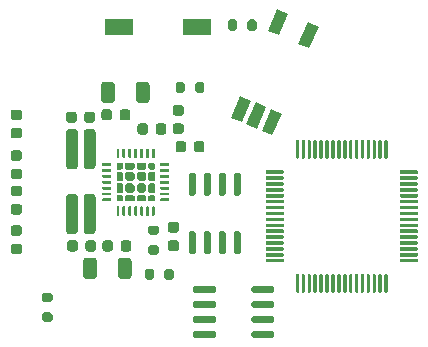
<source format=gbr>
%TF.GenerationSoftware,KiCad,Pcbnew,5.1.10-88a1d61d58~88~ubuntu20.04.1*%
%TF.CreationDate,2021-05-10T19:00:39+02:00*%
%TF.ProjectId,StepperServo,53746570-7065-4725-9365-72766f2e6b69,rev?*%
%TF.SameCoordinates,Original*%
%TF.FileFunction,Paste,Bot*%
%TF.FilePolarity,Positive*%
%FSLAX46Y46*%
G04 Gerber Fmt 4.6, Leading zero omitted, Abs format (unit mm)*
G04 Created by KiCad (PCBNEW 5.1.10-88a1d61d58~88~ubuntu20.04.1) date 2021-05-10 19:00:39*
%MOMM*%
%LPD*%
G01*
G04 APERTURE LIST*
%ADD10C,0.100000*%
%ADD11R,2.400000X1.400000*%
G04 APERTURE END LIST*
%TO.C,R20*%
G36*
G01*
X138025000Y-115125000D02*
X138575000Y-115125000D01*
G75*
G02*
X138775000Y-115325000I0J-200000D01*
G01*
X138775000Y-115725000D01*
G75*
G02*
X138575000Y-115925000I-200000J0D01*
G01*
X138025000Y-115925000D01*
G75*
G02*
X137825000Y-115725000I0J200000D01*
G01*
X137825000Y-115325000D01*
G75*
G02*
X138025000Y-115125000I200000J0D01*
G01*
G37*
G36*
G01*
X138025000Y-113475000D02*
X138575000Y-113475000D01*
G75*
G02*
X138775000Y-113675000I0J-200000D01*
G01*
X138775000Y-114075000D01*
G75*
G02*
X138575000Y-114275000I-200000J0D01*
G01*
X138025000Y-114275000D01*
G75*
G02*
X137825000Y-114075000I0J200000D01*
G01*
X137825000Y-113675000D01*
G75*
G02*
X138025000Y-113475000I200000J0D01*
G01*
G37*
%TD*%
%TO.C,R16*%
G36*
G01*
X155250000Y-91075000D02*
X155250000Y-90525000D01*
G75*
G02*
X155450000Y-90325000I200000J0D01*
G01*
X155850000Y-90325000D01*
G75*
G02*
X156050000Y-90525000I0J-200000D01*
G01*
X156050000Y-91075000D01*
G75*
G02*
X155850000Y-91275000I-200000J0D01*
G01*
X155450000Y-91275000D01*
G75*
G02*
X155250000Y-91075000I0J200000D01*
G01*
G37*
G36*
G01*
X153600000Y-91075000D02*
X153600000Y-90525000D01*
G75*
G02*
X153800000Y-90325000I200000J0D01*
G01*
X154200000Y-90325000D01*
G75*
G02*
X154400000Y-90525000I0J-200000D01*
G01*
X154400000Y-91075000D01*
G75*
G02*
X154200000Y-91275000I-200000J0D01*
G01*
X153800000Y-91275000D01*
G75*
G02*
X153600000Y-91075000I0J200000D01*
G01*
G37*
%TD*%
%TO.C,R11*%
G36*
G01*
X147025000Y-109425000D02*
X147575000Y-109425000D01*
G75*
G02*
X147775000Y-109625000I0J-200000D01*
G01*
X147775000Y-110025000D01*
G75*
G02*
X147575000Y-110225000I-200000J0D01*
G01*
X147025000Y-110225000D01*
G75*
G02*
X146825000Y-110025000I0J200000D01*
G01*
X146825000Y-109625000D01*
G75*
G02*
X147025000Y-109425000I200000J0D01*
G01*
G37*
G36*
G01*
X147025000Y-107775000D02*
X147575000Y-107775000D01*
G75*
G02*
X147775000Y-107975000I0J-200000D01*
G01*
X147775000Y-108375000D01*
G75*
G02*
X147575000Y-108575000I-200000J0D01*
G01*
X147025000Y-108575000D01*
G75*
G02*
X146825000Y-108375000I0J200000D01*
G01*
X146825000Y-107975000D01*
G75*
G02*
X147025000Y-107775000I200000J0D01*
G01*
G37*
%TD*%
%TO.C,R7*%
G36*
G01*
X147375000Y-111625000D02*
X147375000Y-112175000D01*
G75*
G02*
X147175000Y-112375000I-200000J0D01*
G01*
X146775000Y-112375000D01*
G75*
G02*
X146575000Y-112175000I0J200000D01*
G01*
X146575000Y-111625000D01*
G75*
G02*
X146775000Y-111425000I200000J0D01*
G01*
X147175000Y-111425000D01*
G75*
G02*
X147375000Y-111625000I0J-200000D01*
G01*
G37*
G36*
G01*
X149025000Y-111625000D02*
X149025000Y-112175000D01*
G75*
G02*
X148825000Y-112375000I-200000J0D01*
G01*
X148425000Y-112375000D01*
G75*
G02*
X148225000Y-112175000I0J200000D01*
G01*
X148225000Y-111625000D01*
G75*
G02*
X148425000Y-111425000I200000J0D01*
G01*
X148825000Y-111425000D01*
G75*
G02*
X149025000Y-111625000I0J-200000D01*
G01*
G37*
%TD*%
%TO.C,U6*%
G36*
G01*
X154555000Y-105250000D02*
X154255000Y-105250000D01*
G75*
G02*
X154105000Y-105100000I0J150000D01*
G01*
X154105000Y-103450000D01*
G75*
G02*
X154255000Y-103300000I150000J0D01*
G01*
X154555000Y-103300000D01*
G75*
G02*
X154705000Y-103450000I0J-150000D01*
G01*
X154705000Y-105100000D01*
G75*
G02*
X154555000Y-105250000I-150000J0D01*
G01*
G37*
G36*
G01*
X153285000Y-105250000D02*
X152985000Y-105250000D01*
G75*
G02*
X152835000Y-105100000I0J150000D01*
G01*
X152835000Y-103450000D01*
G75*
G02*
X152985000Y-103300000I150000J0D01*
G01*
X153285000Y-103300000D01*
G75*
G02*
X153435000Y-103450000I0J-150000D01*
G01*
X153435000Y-105100000D01*
G75*
G02*
X153285000Y-105250000I-150000J0D01*
G01*
G37*
G36*
G01*
X152015000Y-105250000D02*
X151715000Y-105250000D01*
G75*
G02*
X151565000Y-105100000I0J150000D01*
G01*
X151565000Y-103450000D01*
G75*
G02*
X151715000Y-103300000I150000J0D01*
G01*
X152015000Y-103300000D01*
G75*
G02*
X152165000Y-103450000I0J-150000D01*
G01*
X152165000Y-105100000D01*
G75*
G02*
X152015000Y-105250000I-150000J0D01*
G01*
G37*
G36*
G01*
X150745000Y-105250000D02*
X150445000Y-105250000D01*
G75*
G02*
X150295000Y-105100000I0J150000D01*
G01*
X150295000Y-103450000D01*
G75*
G02*
X150445000Y-103300000I150000J0D01*
G01*
X150745000Y-103300000D01*
G75*
G02*
X150895000Y-103450000I0J-150000D01*
G01*
X150895000Y-105100000D01*
G75*
G02*
X150745000Y-105250000I-150000J0D01*
G01*
G37*
G36*
G01*
X150745000Y-110200000D02*
X150445000Y-110200000D01*
G75*
G02*
X150295000Y-110050000I0J150000D01*
G01*
X150295000Y-108400000D01*
G75*
G02*
X150445000Y-108250000I150000J0D01*
G01*
X150745000Y-108250000D01*
G75*
G02*
X150895000Y-108400000I0J-150000D01*
G01*
X150895000Y-110050000D01*
G75*
G02*
X150745000Y-110200000I-150000J0D01*
G01*
G37*
G36*
G01*
X152015000Y-110200000D02*
X151715000Y-110200000D01*
G75*
G02*
X151565000Y-110050000I0J150000D01*
G01*
X151565000Y-108400000D01*
G75*
G02*
X151715000Y-108250000I150000J0D01*
G01*
X152015000Y-108250000D01*
G75*
G02*
X152165000Y-108400000I0J-150000D01*
G01*
X152165000Y-110050000D01*
G75*
G02*
X152015000Y-110200000I-150000J0D01*
G01*
G37*
G36*
G01*
X153285000Y-110200000D02*
X152985000Y-110200000D01*
G75*
G02*
X152835000Y-110050000I0J150000D01*
G01*
X152835000Y-108400000D01*
G75*
G02*
X152985000Y-108250000I150000J0D01*
G01*
X153285000Y-108250000D01*
G75*
G02*
X153435000Y-108400000I0J-150000D01*
G01*
X153435000Y-110050000D01*
G75*
G02*
X153285000Y-110200000I-150000J0D01*
G01*
G37*
G36*
G01*
X154555000Y-110200000D02*
X154255000Y-110200000D01*
G75*
G02*
X154105000Y-110050000I0J150000D01*
G01*
X154105000Y-108400000D01*
G75*
G02*
X154255000Y-108250000I150000J0D01*
G01*
X154555000Y-108250000D01*
G75*
G02*
X154705000Y-108400000I0J-150000D01*
G01*
X154705000Y-110050000D01*
G75*
G02*
X154555000Y-110200000I-150000J0D01*
G01*
G37*
%TD*%
%TO.C,U5*%
G36*
G01*
X156875000Y-103100000D02*
X158275000Y-103100000D01*
G75*
G02*
X158350000Y-103175000I0J-75000D01*
G01*
X158350000Y-103325000D01*
G75*
G02*
X158275000Y-103400000I-75000J0D01*
G01*
X156875000Y-103400000D01*
G75*
G02*
X156800000Y-103325000I0J75000D01*
G01*
X156800000Y-103175000D01*
G75*
G02*
X156875000Y-103100000I75000J0D01*
G01*
G37*
G36*
G01*
X156875000Y-103600000D02*
X158275000Y-103600000D01*
G75*
G02*
X158350000Y-103675000I0J-75000D01*
G01*
X158350000Y-103825000D01*
G75*
G02*
X158275000Y-103900000I-75000J0D01*
G01*
X156875000Y-103900000D01*
G75*
G02*
X156800000Y-103825000I0J75000D01*
G01*
X156800000Y-103675000D01*
G75*
G02*
X156875000Y-103600000I75000J0D01*
G01*
G37*
G36*
G01*
X156875000Y-104100000D02*
X158275000Y-104100000D01*
G75*
G02*
X158350000Y-104175000I0J-75000D01*
G01*
X158350000Y-104325000D01*
G75*
G02*
X158275000Y-104400000I-75000J0D01*
G01*
X156875000Y-104400000D01*
G75*
G02*
X156800000Y-104325000I0J75000D01*
G01*
X156800000Y-104175000D01*
G75*
G02*
X156875000Y-104100000I75000J0D01*
G01*
G37*
G36*
G01*
X156875000Y-104600000D02*
X158275000Y-104600000D01*
G75*
G02*
X158350000Y-104675000I0J-75000D01*
G01*
X158350000Y-104825000D01*
G75*
G02*
X158275000Y-104900000I-75000J0D01*
G01*
X156875000Y-104900000D01*
G75*
G02*
X156800000Y-104825000I0J75000D01*
G01*
X156800000Y-104675000D01*
G75*
G02*
X156875000Y-104600000I75000J0D01*
G01*
G37*
G36*
G01*
X156875000Y-105100000D02*
X158275000Y-105100000D01*
G75*
G02*
X158350000Y-105175000I0J-75000D01*
G01*
X158350000Y-105325000D01*
G75*
G02*
X158275000Y-105400000I-75000J0D01*
G01*
X156875000Y-105400000D01*
G75*
G02*
X156800000Y-105325000I0J75000D01*
G01*
X156800000Y-105175000D01*
G75*
G02*
X156875000Y-105100000I75000J0D01*
G01*
G37*
G36*
G01*
X156875000Y-105600000D02*
X158275000Y-105600000D01*
G75*
G02*
X158350000Y-105675000I0J-75000D01*
G01*
X158350000Y-105825000D01*
G75*
G02*
X158275000Y-105900000I-75000J0D01*
G01*
X156875000Y-105900000D01*
G75*
G02*
X156800000Y-105825000I0J75000D01*
G01*
X156800000Y-105675000D01*
G75*
G02*
X156875000Y-105600000I75000J0D01*
G01*
G37*
G36*
G01*
X156875000Y-106100000D02*
X158275000Y-106100000D01*
G75*
G02*
X158350000Y-106175000I0J-75000D01*
G01*
X158350000Y-106325000D01*
G75*
G02*
X158275000Y-106400000I-75000J0D01*
G01*
X156875000Y-106400000D01*
G75*
G02*
X156800000Y-106325000I0J75000D01*
G01*
X156800000Y-106175000D01*
G75*
G02*
X156875000Y-106100000I75000J0D01*
G01*
G37*
G36*
G01*
X156875000Y-106600000D02*
X158275000Y-106600000D01*
G75*
G02*
X158350000Y-106675000I0J-75000D01*
G01*
X158350000Y-106825000D01*
G75*
G02*
X158275000Y-106900000I-75000J0D01*
G01*
X156875000Y-106900000D01*
G75*
G02*
X156800000Y-106825000I0J75000D01*
G01*
X156800000Y-106675000D01*
G75*
G02*
X156875000Y-106600000I75000J0D01*
G01*
G37*
G36*
G01*
X156875000Y-107100000D02*
X158275000Y-107100000D01*
G75*
G02*
X158350000Y-107175000I0J-75000D01*
G01*
X158350000Y-107325000D01*
G75*
G02*
X158275000Y-107400000I-75000J0D01*
G01*
X156875000Y-107400000D01*
G75*
G02*
X156800000Y-107325000I0J75000D01*
G01*
X156800000Y-107175000D01*
G75*
G02*
X156875000Y-107100000I75000J0D01*
G01*
G37*
G36*
G01*
X156875000Y-107600000D02*
X158275000Y-107600000D01*
G75*
G02*
X158350000Y-107675000I0J-75000D01*
G01*
X158350000Y-107825000D01*
G75*
G02*
X158275000Y-107900000I-75000J0D01*
G01*
X156875000Y-107900000D01*
G75*
G02*
X156800000Y-107825000I0J75000D01*
G01*
X156800000Y-107675000D01*
G75*
G02*
X156875000Y-107600000I75000J0D01*
G01*
G37*
G36*
G01*
X156875000Y-108100000D02*
X158275000Y-108100000D01*
G75*
G02*
X158350000Y-108175000I0J-75000D01*
G01*
X158350000Y-108325000D01*
G75*
G02*
X158275000Y-108400000I-75000J0D01*
G01*
X156875000Y-108400000D01*
G75*
G02*
X156800000Y-108325000I0J75000D01*
G01*
X156800000Y-108175000D01*
G75*
G02*
X156875000Y-108100000I75000J0D01*
G01*
G37*
G36*
G01*
X156875000Y-108600000D02*
X158275000Y-108600000D01*
G75*
G02*
X158350000Y-108675000I0J-75000D01*
G01*
X158350000Y-108825000D01*
G75*
G02*
X158275000Y-108900000I-75000J0D01*
G01*
X156875000Y-108900000D01*
G75*
G02*
X156800000Y-108825000I0J75000D01*
G01*
X156800000Y-108675000D01*
G75*
G02*
X156875000Y-108600000I75000J0D01*
G01*
G37*
G36*
G01*
X156875000Y-109100000D02*
X158275000Y-109100000D01*
G75*
G02*
X158350000Y-109175000I0J-75000D01*
G01*
X158350000Y-109325000D01*
G75*
G02*
X158275000Y-109400000I-75000J0D01*
G01*
X156875000Y-109400000D01*
G75*
G02*
X156800000Y-109325000I0J75000D01*
G01*
X156800000Y-109175000D01*
G75*
G02*
X156875000Y-109100000I75000J0D01*
G01*
G37*
G36*
G01*
X156875000Y-109600000D02*
X158275000Y-109600000D01*
G75*
G02*
X158350000Y-109675000I0J-75000D01*
G01*
X158350000Y-109825000D01*
G75*
G02*
X158275000Y-109900000I-75000J0D01*
G01*
X156875000Y-109900000D01*
G75*
G02*
X156800000Y-109825000I0J75000D01*
G01*
X156800000Y-109675000D01*
G75*
G02*
X156875000Y-109600000I75000J0D01*
G01*
G37*
G36*
G01*
X156875000Y-110100000D02*
X158275000Y-110100000D01*
G75*
G02*
X158350000Y-110175000I0J-75000D01*
G01*
X158350000Y-110325000D01*
G75*
G02*
X158275000Y-110400000I-75000J0D01*
G01*
X156875000Y-110400000D01*
G75*
G02*
X156800000Y-110325000I0J75000D01*
G01*
X156800000Y-110175000D01*
G75*
G02*
X156875000Y-110100000I75000J0D01*
G01*
G37*
G36*
G01*
X156875000Y-110600000D02*
X158275000Y-110600000D01*
G75*
G02*
X158350000Y-110675000I0J-75000D01*
G01*
X158350000Y-110825000D01*
G75*
G02*
X158275000Y-110900000I-75000J0D01*
G01*
X156875000Y-110900000D01*
G75*
G02*
X156800000Y-110825000I0J75000D01*
G01*
X156800000Y-110675000D01*
G75*
G02*
X156875000Y-110600000I75000J0D01*
G01*
G37*
G36*
G01*
X159425000Y-111900000D02*
X159575000Y-111900000D01*
G75*
G02*
X159650000Y-111975000I0J-75000D01*
G01*
X159650000Y-113375000D01*
G75*
G02*
X159575000Y-113450000I-75000J0D01*
G01*
X159425000Y-113450000D01*
G75*
G02*
X159350000Y-113375000I0J75000D01*
G01*
X159350000Y-111975000D01*
G75*
G02*
X159425000Y-111900000I75000J0D01*
G01*
G37*
G36*
G01*
X159925000Y-111900000D02*
X160075000Y-111900000D01*
G75*
G02*
X160150000Y-111975000I0J-75000D01*
G01*
X160150000Y-113375000D01*
G75*
G02*
X160075000Y-113450000I-75000J0D01*
G01*
X159925000Y-113450000D01*
G75*
G02*
X159850000Y-113375000I0J75000D01*
G01*
X159850000Y-111975000D01*
G75*
G02*
X159925000Y-111900000I75000J0D01*
G01*
G37*
G36*
G01*
X160425000Y-111900000D02*
X160575000Y-111900000D01*
G75*
G02*
X160650000Y-111975000I0J-75000D01*
G01*
X160650000Y-113375000D01*
G75*
G02*
X160575000Y-113450000I-75000J0D01*
G01*
X160425000Y-113450000D01*
G75*
G02*
X160350000Y-113375000I0J75000D01*
G01*
X160350000Y-111975000D01*
G75*
G02*
X160425000Y-111900000I75000J0D01*
G01*
G37*
G36*
G01*
X160925000Y-111900000D02*
X161075000Y-111900000D01*
G75*
G02*
X161150000Y-111975000I0J-75000D01*
G01*
X161150000Y-113375000D01*
G75*
G02*
X161075000Y-113450000I-75000J0D01*
G01*
X160925000Y-113450000D01*
G75*
G02*
X160850000Y-113375000I0J75000D01*
G01*
X160850000Y-111975000D01*
G75*
G02*
X160925000Y-111900000I75000J0D01*
G01*
G37*
G36*
G01*
X161425000Y-111900000D02*
X161575000Y-111900000D01*
G75*
G02*
X161650000Y-111975000I0J-75000D01*
G01*
X161650000Y-113375000D01*
G75*
G02*
X161575000Y-113450000I-75000J0D01*
G01*
X161425000Y-113450000D01*
G75*
G02*
X161350000Y-113375000I0J75000D01*
G01*
X161350000Y-111975000D01*
G75*
G02*
X161425000Y-111900000I75000J0D01*
G01*
G37*
G36*
G01*
X161925000Y-111900000D02*
X162075000Y-111900000D01*
G75*
G02*
X162150000Y-111975000I0J-75000D01*
G01*
X162150000Y-113375000D01*
G75*
G02*
X162075000Y-113450000I-75000J0D01*
G01*
X161925000Y-113450000D01*
G75*
G02*
X161850000Y-113375000I0J75000D01*
G01*
X161850000Y-111975000D01*
G75*
G02*
X161925000Y-111900000I75000J0D01*
G01*
G37*
G36*
G01*
X162425000Y-111900000D02*
X162575000Y-111900000D01*
G75*
G02*
X162650000Y-111975000I0J-75000D01*
G01*
X162650000Y-113375000D01*
G75*
G02*
X162575000Y-113450000I-75000J0D01*
G01*
X162425000Y-113450000D01*
G75*
G02*
X162350000Y-113375000I0J75000D01*
G01*
X162350000Y-111975000D01*
G75*
G02*
X162425000Y-111900000I75000J0D01*
G01*
G37*
G36*
G01*
X162925000Y-111900000D02*
X163075000Y-111900000D01*
G75*
G02*
X163150000Y-111975000I0J-75000D01*
G01*
X163150000Y-113375000D01*
G75*
G02*
X163075000Y-113450000I-75000J0D01*
G01*
X162925000Y-113450000D01*
G75*
G02*
X162850000Y-113375000I0J75000D01*
G01*
X162850000Y-111975000D01*
G75*
G02*
X162925000Y-111900000I75000J0D01*
G01*
G37*
G36*
G01*
X163425000Y-111900000D02*
X163575000Y-111900000D01*
G75*
G02*
X163650000Y-111975000I0J-75000D01*
G01*
X163650000Y-113375000D01*
G75*
G02*
X163575000Y-113450000I-75000J0D01*
G01*
X163425000Y-113450000D01*
G75*
G02*
X163350000Y-113375000I0J75000D01*
G01*
X163350000Y-111975000D01*
G75*
G02*
X163425000Y-111900000I75000J0D01*
G01*
G37*
G36*
G01*
X163925000Y-111900000D02*
X164075000Y-111900000D01*
G75*
G02*
X164150000Y-111975000I0J-75000D01*
G01*
X164150000Y-113375000D01*
G75*
G02*
X164075000Y-113450000I-75000J0D01*
G01*
X163925000Y-113450000D01*
G75*
G02*
X163850000Y-113375000I0J75000D01*
G01*
X163850000Y-111975000D01*
G75*
G02*
X163925000Y-111900000I75000J0D01*
G01*
G37*
G36*
G01*
X164425000Y-111900000D02*
X164575000Y-111900000D01*
G75*
G02*
X164650000Y-111975000I0J-75000D01*
G01*
X164650000Y-113375000D01*
G75*
G02*
X164575000Y-113450000I-75000J0D01*
G01*
X164425000Y-113450000D01*
G75*
G02*
X164350000Y-113375000I0J75000D01*
G01*
X164350000Y-111975000D01*
G75*
G02*
X164425000Y-111900000I75000J0D01*
G01*
G37*
G36*
G01*
X164925000Y-111900000D02*
X165075000Y-111900000D01*
G75*
G02*
X165150000Y-111975000I0J-75000D01*
G01*
X165150000Y-113375000D01*
G75*
G02*
X165075000Y-113450000I-75000J0D01*
G01*
X164925000Y-113450000D01*
G75*
G02*
X164850000Y-113375000I0J75000D01*
G01*
X164850000Y-111975000D01*
G75*
G02*
X164925000Y-111900000I75000J0D01*
G01*
G37*
G36*
G01*
X165425000Y-111900000D02*
X165575000Y-111900000D01*
G75*
G02*
X165650000Y-111975000I0J-75000D01*
G01*
X165650000Y-113375000D01*
G75*
G02*
X165575000Y-113450000I-75000J0D01*
G01*
X165425000Y-113450000D01*
G75*
G02*
X165350000Y-113375000I0J75000D01*
G01*
X165350000Y-111975000D01*
G75*
G02*
X165425000Y-111900000I75000J0D01*
G01*
G37*
G36*
G01*
X165925000Y-111900000D02*
X166075000Y-111900000D01*
G75*
G02*
X166150000Y-111975000I0J-75000D01*
G01*
X166150000Y-113375000D01*
G75*
G02*
X166075000Y-113450000I-75000J0D01*
G01*
X165925000Y-113450000D01*
G75*
G02*
X165850000Y-113375000I0J75000D01*
G01*
X165850000Y-111975000D01*
G75*
G02*
X165925000Y-111900000I75000J0D01*
G01*
G37*
G36*
G01*
X166425000Y-111900000D02*
X166575000Y-111900000D01*
G75*
G02*
X166650000Y-111975000I0J-75000D01*
G01*
X166650000Y-113375000D01*
G75*
G02*
X166575000Y-113450000I-75000J0D01*
G01*
X166425000Y-113450000D01*
G75*
G02*
X166350000Y-113375000I0J75000D01*
G01*
X166350000Y-111975000D01*
G75*
G02*
X166425000Y-111900000I75000J0D01*
G01*
G37*
G36*
G01*
X166925000Y-111900000D02*
X167075000Y-111900000D01*
G75*
G02*
X167150000Y-111975000I0J-75000D01*
G01*
X167150000Y-113375000D01*
G75*
G02*
X167075000Y-113450000I-75000J0D01*
G01*
X166925000Y-113450000D01*
G75*
G02*
X166850000Y-113375000I0J75000D01*
G01*
X166850000Y-111975000D01*
G75*
G02*
X166925000Y-111900000I75000J0D01*
G01*
G37*
G36*
G01*
X168225000Y-110600000D02*
X169625000Y-110600000D01*
G75*
G02*
X169700000Y-110675000I0J-75000D01*
G01*
X169700000Y-110825000D01*
G75*
G02*
X169625000Y-110900000I-75000J0D01*
G01*
X168225000Y-110900000D01*
G75*
G02*
X168150000Y-110825000I0J75000D01*
G01*
X168150000Y-110675000D01*
G75*
G02*
X168225000Y-110600000I75000J0D01*
G01*
G37*
G36*
G01*
X168225000Y-110100000D02*
X169625000Y-110100000D01*
G75*
G02*
X169700000Y-110175000I0J-75000D01*
G01*
X169700000Y-110325000D01*
G75*
G02*
X169625000Y-110400000I-75000J0D01*
G01*
X168225000Y-110400000D01*
G75*
G02*
X168150000Y-110325000I0J75000D01*
G01*
X168150000Y-110175000D01*
G75*
G02*
X168225000Y-110100000I75000J0D01*
G01*
G37*
G36*
G01*
X168225000Y-109600000D02*
X169625000Y-109600000D01*
G75*
G02*
X169700000Y-109675000I0J-75000D01*
G01*
X169700000Y-109825000D01*
G75*
G02*
X169625000Y-109900000I-75000J0D01*
G01*
X168225000Y-109900000D01*
G75*
G02*
X168150000Y-109825000I0J75000D01*
G01*
X168150000Y-109675000D01*
G75*
G02*
X168225000Y-109600000I75000J0D01*
G01*
G37*
G36*
G01*
X168225000Y-109100000D02*
X169625000Y-109100000D01*
G75*
G02*
X169700000Y-109175000I0J-75000D01*
G01*
X169700000Y-109325000D01*
G75*
G02*
X169625000Y-109400000I-75000J0D01*
G01*
X168225000Y-109400000D01*
G75*
G02*
X168150000Y-109325000I0J75000D01*
G01*
X168150000Y-109175000D01*
G75*
G02*
X168225000Y-109100000I75000J0D01*
G01*
G37*
G36*
G01*
X168225000Y-108600000D02*
X169625000Y-108600000D01*
G75*
G02*
X169700000Y-108675000I0J-75000D01*
G01*
X169700000Y-108825000D01*
G75*
G02*
X169625000Y-108900000I-75000J0D01*
G01*
X168225000Y-108900000D01*
G75*
G02*
X168150000Y-108825000I0J75000D01*
G01*
X168150000Y-108675000D01*
G75*
G02*
X168225000Y-108600000I75000J0D01*
G01*
G37*
G36*
G01*
X168225000Y-108100000D02*
X169625000Y-108100000D01*
G75*
G02*
X169700000Y-108175000I0J-75000D01*
G01*
X169700000Y-108325000D01*
G75*
G02*
X169625000Y-108400000I-75000J0D01*
G01*
X168225000Y-108400000D01*
G75*
G02*
X168150000Y-108325000I0J75000D01*
G01*
X168150000Y-108175000D01*
G75*
G02*
X168225000Y-108100000I75000J0D01*
G01*
G37*
G36*
G01*
X168225000Y-107600000D02*
X169625000Y-107600000D01*
G75*
G02*
X169700000Y-107675000I0J-75000D01*
G01*
X169700000Y-107825000D01*
G75*
G02*
X169625000Y-107900000I-75000J0D01*
G01*
X168225000Y-107900000D01*
G75*
G02*
X168150000Y-107825000I0J75000D01*
G01*
X168150000Y-107675000D01*
G75*
G02*
X168225000Y-107600000I75000J0D01*
G01*
G37*
G36*
G01*
X168225000Y-107100000D02*
X169625000Y-107100000D01*
G75*
G02*
X169700000Y-107175000I0J-75000D01*
G01*
X169700000Y-107325000D01*
G75*
G02*
X169625000Y-107400000I-75000J0D01*
G01*
X168225000Y-107400000D01*
G75*
G02*
X168150000Y-107325000I0J75000D01*
G01*
X168150000Y-107175000D01*
G75*
G02*
X168225000Y-107100000I75000J0D01*
G01*
G37*
G36*
G01*
X168225000Y-106600000D02*
X169625000Y-106600000D01*
G75*
G02*
X169700000Y-106675000I0J-75000D01*
G01*
X169700000Y-106825000D01*
G75*
G02*
X169625000Y-106900000I-75000J0D01*
G01*
X168225000Y-106900000D01*
G75*
G02*
X168150000Y-106825000I0J75000D01*
G01*
X168150000Y-106675000D01*
G75*
G02*
X168225000Y-106600000I75000J0D01*
G01*
G37*
G36*
G01*
X168225000Y-106100000D02*
X169625000Y-106100000D01*
G75*
G02*
X169700000Y-106175000I0J-75000D01*
G01*
X169700000Y-106325000D01*
G75*
G02*
X169625000Y-106400000I-75000J0D01*
G01*
X168225000Y-106400000D01*
G75*
G02*
X168150000Y-106325000I0J75000D01*
G01*
X168150000Y-106175000D01*
G75*
G02*
X168225000Y-106100000I75000J0D01*
G01*
G37*
G36*
G01*
X168225000Y-105600000D02*
X169625000Y-105600000D01*
G75*
G02*
X169700000Y-105675000I0J-75000D01*
G01*
X169700000Y-105825000D01*
G75*
G02*
X169625000Y-105900000I-75000J0D01*
G01*
X168225000Y-105900000D01*
G75*
G02*
X168150000Y-105825000I0J75000D01*
G01*
X168150000Y-105675000D01*
G75*
G02*
X168225000Y-105600000I75000J0D01*
G01*
G37*
G36*
G01*
X168225000Y-105100000D02*
X169625000Y-105100000D01*
G75*
G02*
X169700000Y-105175000I0J-75000D01*
G01*
X169700000Y-105325000D01*
G75*
G02*
X169625000Y-105400000I-75000J0D01*
G01*
X168225000Y-105400000D01*
G75*
G02*
X168150000Y-105325000I0J75000D01*
G01*
X168150000Y-105175000D01*
G75*
G02*
X168225000Y-105100000I75000J0D01*
G01*
G37*
G36*
G01*
X168225000Y-104600000D02*
X169625000Y-104600000D01*
G75*
G02*
X169700000Y-104675000I0J-75000D01*
G01*
X169700000Y-104825000D01*
G75*
G02*
X169625000Y-104900000I-75000J0D01*
G01*
X168225000Y-104900000D01*
G75*
G02*
X168150000Y-104825000I0J75000D01*
G01*
X168150000Y-104675000D01*
G75*
G02*
X168225000Y-104600000I75000J0D01*
G01*
G37*
G36*
G01*
X168225000Y-104100000D02*
X169625000Y-104100000D01*
G75*
G02*
X169700000Y-104175000I0J-75000D01*
G01*
X169700000Y-104325000D01*
G75*
G02*
X169625000Y-104400000I-75000J0D01*
G01*
X168225000Y-104400000D01*
G75*
G02*
X168150000Y-104325000I0J75000D01*
G01*
X168150000Y-104175000D01*
G75*
G02*
X168225000Y-104100000I75000J0D01*
G01*
G37*
G36*
G01*
X168225000Y-103600000D02*
X169625000Y-103600000D01*
G75*
G02*
X169700000Y-103675000I0J-75000D01*
G01*
X169700000Y-103825000D01*
G75*
G02*
X169625000Y-103900000I-75000J0D01*
G01*
X168225000Y-103900000D01*
G75*
G02*
X168150000Y-103825000I0J75000D01*
G01*
X168150000Y-103675000D01*
G75*
G02*
X168225000Y-103600000I75000J0D01*
G01*
G37*
G36*
G01*
X168225000Y-103100000D02*
X169625000Y-103100000D01*
G75*
G02*
X169700000Y-103175000I0J-75000D01*
G01*
X169700000Y-103325000D01*
G75*
G02*
X169625000Y-103400000I-75000J0D01*
G01*
X168225000Y-103400000D01*
G75*
G02*
X168150000Y-103325000I0J75000D01*
G01*
X168150000Y-103175000D01*
G75*
G02*
X168225000Y-103100000I75000J0D01*
G01*
G37*
G36*
G01*
X166925000Y-100550000D02*
X167075000Y-100550000D01*
G75*
G02*
X167150000Y-100625000I0J-75000D01*
G01*
X167150000Y-102025000D01*
G75*
G02*
X167075000Y-102100000I-75000J0D01*
G01*
X166925000Y-102100000D01*
G75*
G02*
X166850000Y-102025000I0J75000D01*
G01*
X166850000Y-100625000D01*
G75*
G02*
X166925000Y-100550000I75000J0D01*
G01*
G37*
G36*
G01*
X166425000Y-100550000D02*
X166575000Y-100550000D01*
G75*
G02*
X166650000Y-100625000I0J-75000D01*
G01*
X166650000Y-102025000D01*
G75*
G02*
X166575000Y-102100000I-75000J0D01*
G01*
X166425000Y-102100000D01*
G75*
G02*
X166350000Y-102025000I0J75000D01*
G01*
X166350000Y-100625000D01*
G75*
G02*
X166425000Y-100550000I75000J0D01*
G01*
G37*
G36*
G01*
X165925000Y-100550000D02*
X166075000Y-100550000D01*
G75*
G02*
X166150000Y-100625000I0J-75000D01*
G01*
X166150000Y-102025000D01*
G75*
G02*
X166075000Y-102100000I-75000J0D01*
G01*
X165925000Y-102100000D01*
G75*
G02*
X165850000Y-102025000I0J75000D01*
G01*
X165850000Y-100625000D01*
G75*
G02*
X165925000Y-100550000I75000J0D01*
G01*
G37*
G36*
G01*
X165425000Y-100550000D02*
X165575000Y-100550000D01*
G75*
G02*
X165650000Y-100625000I0J-75000D01*
G01*
X165650000Y-102025000D01*
G75*
G02*
X165575000Y-102100000I-75000J0D01*
G01*
X165425000Y-102100000D01*
G75*
G02*
X165350000Y-102025000I0J75000D01*
G01*
X165350000Y-100625000D01*
G75*
G02*
X165425000Y-100550000I75000J0D01*
G01*
G37*
G36*
G01*
X164925000Y-100550000D02*
X165075000Y-100550000D01*
G75*
G02*
X165150000Y-100625000I0J-75000D01*
G01*
X165150000Y-102025000D01*
G75*
G02*
X165075000Y-102100000I-75000J0D01*
G01*
X164925000Y-102100000D01*
G75*
G02*
X164850000Y-102025000I0J75000D01*
G01*
X164850000Y-100625000D01*
G75*
G02*
X164925000Y-100550000I75000J0D01*
G01*
G37*
G36*
G01*
X164425000Y-100550000D02*
X164575000Y-100550000D01*
G75*
G02*
X164650000Y-100625000I0J-75000D01*
G01*
X164650000Y-102025000D01*
G75*
G02*
X164575000Y-102100000I-75000J0D01*
G01*
X164425000Y-102100000D01*
G75*
G02*
X164350000Y-102025000I0J75000D01*
G01*
X164350000Y-100625000D01*
G75*
G02*
X164425000Y-100550000I75000J0D01*
G01*
G37*
G36*
G01*
X163925000Y-100550000D02*
X164075000Y-100550000D01*
G75*
G02*
X164150000Y-100625000I0J-75000D01*
G01*
X164150000Y-102025000D01*
G75*
G02*
X164075000Y-102100000I-75000J0D01*
G01*
X163925000Y-102100000D01*
G75*
G02*
X163850000Y-102025000I0J75000D01*
G01*
X163850000Y-100625000D01*
G75*
G02*
X163925000Y-100550000I75000J0D01*
G01*
G37*
G36*
G01*
X163425000Y-100550000D02*
X163575000Y-100550000D01*
G75*
G02*
X163650000Y-100625000I0J-75000D01*
G01*
X163650000Y-102025000D01*
G75*
G02*
X163575000Y-102100000I-75000J0D01*
G01*
X163425000Y-102100000D01*
G75*
G02*
X163350000Y-102025000I0J75000D01*
G01*
X163350000Y-100625000D01*
G75*
G02*
X163425000Y-100550000I75000J0D01*
G01*
G37*
G36*
G01*
X162925000Y-100550000D02*
X163075000Y-100550000D01*
G75*
G02*
X163150000Y-100625000I0J-75000D01*
G01*
X163150000Y-102025000D01*
G75*
G02*
X163075000Y-102100000I-75000J0D01*
G01*
X162925000Y-102100000D01*
G75*
G02*
X162850000Y-102025000I0J75000D01*
G01*
X162850000Y-100625000D01*
G75*
G02*
X162925000Y-100550000I75000J0D01*
G01*
G37*
G36*
G01*
X162425000Y-100550000D02*
X162575000Y-100550000D01*
G75*
G02*
X162650000Y-100625000I0J-75000D01*
G01*
X162650000Y-102025000D01*
G75*
G02*
X162575000Y-102100000I-75000J0D01*
G01*
X162425000Y-102100000D01*
G75*
G02*
X162350000Y-102025000I0J75000D01*
G01*
X162350000Y-100625000D01*
G75*
G02*
X162425000Y-100550000I75000J0D01*
G01*
G37*
G36*
G01*
X161925000Y-100550000D02*
X162075000Y-100550000D01*
G75*
G02*
X162150000Y-100625000I0J-75000D01*
G01*
X162150000Y-102025000D01*
G75*
G02*
X162075000Y-102100000I-75000J0D01*
G01*
X161925000Y-102100000D01*
G75*
G02*
X161850000Y-102025000I0J75000D01*
G01*
X161850000Y-100625000D01*
G75*
G02*
X161925000Y-100550000I75000J0D01*
G01*
G37*
G36*
G01*
X161425000Y-100550000D02*
X161575000Y-100550000D01*
G75*
G02*
X161650000Y-100625000I0J-75000D01*
G01*
X161650000Y-102025000D01*
G75*
G02*
X161575000Y-102100000I-75000J0D01*
G01*
X161425000Y-102100000D01*
G75*
G02*
X161350000Y-102025000I0J75000D01*
G01*
X161350000Y-100625000D01*
G75*
G02*
X161425000Y-100550000I75000J0D01*
G01*
G37*
G36*
G01*
X160925000Y-100550000D02*
X161075000Y-100550000D01*
G75*
G02*
X161150000Y-100625000I0J-75000D01*
G01*
X161150000Y-102025000D01*
G75*
G02*
X161075000Y-102100000I-75000J0D01*
G01*
X160925000Y-102100000D01*
G75*
G02*
X160850000Y-102025000I0J75000D01*
G01*
X160850000Y-100625000D01*
G75*
G02*
X160925000Y-100550000I75000J0D01*
G01*
G37*
G36*
G01*
X160425000Y-100550000D02*
X160575000Y-100550000D01*
G75*
G02*
X160650000Y-100625000I0J-75000D01*
G01*
X160650000Y-102025000D01*
G75*
G02*
X160575000Y-102100000I-75000J0D01*
G01*
X160425000Y-102100000D01*
G75*
G02*
X160350000Y-102025000I0J75000D01*
G01*
X160350000Y-100625000D01*
G75*
G02*
X160425000Y-100550000I75000J0D01*
G01*
G37*
G36*
G01*
X159925000Y-100550000D02*
X160075000Y-100550000D01*
G75*
G02*
X160150000Y-100625000I0J-75000D01*
G01*
X160150000Y-102025000D01*
G75*
G02*
X160075000Y-102100000I-75000J0D01*
G01*
X159925000Y-102100000D01*
G75*
G02*
X159850000Y-102025000I0J75000D01*
G01*
X159850000Y-100625000D01*
G75*
G02*
X159925000Y-100550000I75000J0D01*
G01*
G37*
G36*
G01*
X159425000Y-100550000D02*
X159575000Y-100550000D01*
G75*
G02*
X159650000Y-100625000I0J-75000D01*
G01*
X159650000Y-102025000D01*
G75*
G02*
X159575000Y-102100000I-75000J0D01*
G01*
X159425000Y-102100000D01*
G75*
G02*
X159350000Y-102025000I0J75000D01*
G01*
X159350000Y-100625000D01*
G75*
G02*
X159425000Y-100550000I75000J0D01*
G01*
G37*
%TD*%
D10*
%TO.C,U3*%
G36*
X147407535Y-105623064D02*
G01*
X147401417Y-105643232D01*
X147391482Y-105661819D01*
X147378111Y-105678111D01*
X147361819Y-105691482D01*
X147343232Y-105701417D01*
X147323064Y-105707535D01*
X147302089Y-105709601D01*
X146972911Y-105709601D01*
X146951936Y-105707535D01*
X146931768Y-105701417D01*
X146913181Y-105691482D01*
X146896889Y-105678111D01*
X146883518Y-105661819D01*
X146873583Y-105643232D01*
X146867465Y-105623064D01*
X146865399Y-105602089D01*
X146865399Y-105361977D01*
X146867465Y-105341002D01*
X146873583Y-105320834D01*
X146883518Y-105302247D01*
X146896889Y-105285955D01*
X146985955Y-105196889D01*
X147002247Y-105183518D01*
X147020834Y-105173583D01*
X147041002Y-105167465D01*
X147061977Y-105165399D01*
X147302089Y-105165399D01*
X147323064Y-105167465D01*
X147343232Y-105173583D01*
X147361819Y-105183518D01*
X147378111Y-105196889D01*
X147391482Y-105213181D01*
X147401417Y-105231768D01*
X147407535Y-105251936D01*
X147409601Y-105272911D01*
X147409601Y-105602089D01*
X147407535Y-105623064D01*
G37*
G36*
X144732535Y-105623064D02*
G01*
X144726417Y-105643232D01*
X144716482Y-105661819D01*
X144703111Y-105678111D01*
X144686819Y-105691482D01*
X144668232Y-105701417D01*
X144648064Y-105707535D01*
X144627089Y-105709601D01*
X144297911Y-105709601D01*
X144276936Y-105707535D01*
X144256768Y-105701417D01*
X144238181Y-105691482D01*
X144221889Y-105678111D01*
X144208518Y-105661819D01*
X144198583Y-105643232D01*
X144192465Y-105623064D01*
X144190399Y-105602089D01*
X144190399Y-105272911D01*
X144192465Y-105251936D01*
X144198583Y-105231768D01*
X144208518Y-105213181D01*
X144221889Y-105196889D01*
X144238181Y-105183518D01*
X144256768Y-105173583D01*
X144276936Y-105167465D01*
X144297911Y-105165399D01*
X144538023Y-105165399D01*
X144558998Y-105167465D01*
X144579166Y-105173583D01*
X144597753Y-105183518D01*
X144614045Y-105196889D01*
X144703111Y-105285955D01*
X144716482Y-105302247D01*
X144726417Y-105320834D01*
X144732535Y-105341002D01*
X144734601Y-105361977D01*
X144734601Y-105602089D01*
X144732535Y-105623064D01*
G37*
G36*
X147407535Y-102948064D02*
G01*
X147401417Y-102968232D01*
X147391482Y-102986819D01*
X147378111Y-103003111D01*
X147361819Y-103016482D01*
X147343232Y-103026417D01*
X147323064Y-103032535D01*
X147302089Y-103034601D01*
X147061977Y-103034601D01*
X147041002Y-103032535D01*
X147020834Y-103026417D01*
X147002247Y-103016482D01*
X146985955Y-103003111D01*
X146896889Y-102914045D01*
X146883518Y-102897753D01*
X146873583Y-102879166D01*
X146867465Y-102858998D01*
X146865399Y-102838023D01*
X146865399Y-102597911D01*
X146867465Y-102576936D01*
X146873583Y-102556768D01*
X146883518Y-102538181D01*
X146896889Y-102521889D01*
X146913181Y-102508518D01*
X146931768Y-102498583D01*
X146951936Y-102492465D01*
X146972911Y-102490399D01*
X147302089Y-102490399D01*
X147323064Y-102492465D01*
X147343232Y-102498583D01*
X147361819Y-102508518D01*
X147378111Y-102521889D01*
X147391482Y-102538181D01*
X147401417Y-102556768D01*
X147407535Y-102576936D01*
X147409601Y-102597911D01*
X147409601Y-102927089D01*
X147407535Y-102948064D01*
G37*
G36*
X144732535Y-102858998D02*
G01*
X144726417Y-102879166D01*
X144716482Y-102897753D01*
X144703111Y-102914045D01*
X144614045Y-103003111D01*
X144597753Y-103016482D01*
X144579166Y-103026417D01*
X144558998Y-103032535D01*
X144538023Y-103034601D01*
X144297911Y-103034601D01*
X144276936Y-103032535D01*
X144256768Y-103026417D01*
X144238181Y-103016482D01*
X144221889Y-103003111D01*
X144208518Y-102986819D01*
X144198583Y-102968232D01*
X144192465Y-102948064D01*
X144190399Y-102927089D01*
X144190399Y-102597911D01*
X144192465Y-102576936D01*
X144198583Y-102556768D01*
X144208518Y-102538181D01*
X144221889Y-102521889D01*
X144238181Y-102508518D01*
X144256768Y-102498583D01*
X144276936Y-102492465D01*
X144297911Y-102490399D01*
X144627089Y-102490399D01*
X144648064Y-102492465D01*
X144668232Y-102498583D01*
X144686819Y-102508518D01*
X144703111Y-102521889D01*
X144716482Y-102538181D01*
X144726417Y-102556768D01*
X144732535Y-102576936D01*
X144734601Y-102597911D01*
X144734601Y-102838023D01*
X144732535Y-102858998D01*
G37*
G36*
X147407963Y-104934497D02*
G01*
X147403112Y-104950488D01*
X147395234Y-104965226D01*
X147384633Y-104978144D01*
X147371715Y-104988745D01*
X147356977Y-104996623D01*
X147340986Y-105001474D01*
X147324355Y-105003112D01*
X147021266Y-105003112D01*
X147004635Y-105001474D01*
X146988644Y-104996623D01*
X146973906Y-104988745D01*
X146960988Y-104978144D01*
X146890367Y-104907524D01*
X146879766Y-104894607D01*
X146871888Y-104879869D01*
X146867037Y-104863877D01*
X146865399Y-104847246D01*
X146865399Y-104352754D01*
X146867037Y-104336123D01*
X146871888Y-104320132D01*
X146879766Y-104305394D01*
X146890367Y-104292476D01*
X146960988Y-104221856D01*
X146973906Y-104211254D01*
X146988644Y-104203377D01*
X147004636Y-104198526D01*
X147021266Y-104196888D01*
X147324355Y-104196888D01*
X147340986Y-104198526D01*
X147356977Y-104203377D01*
X147371715Y-104211255D01*
X147384633Y-104221856D01*
X147395234Y-104234774D01*
X147403112Y-104249512D01*
X147407963Y-104265503D01*
X147409601Y-104282134D01*
X147409601Y-104917866D01*
X147407963Y-104934497D01*
G37*
G36*
X147407963Y-103934497D02*
G01*
X147403112Y-103950488D01*
X147395234Y-103965226D01*
X147384633Y-103978144D01*
X147371715Y-103988745D01*
X147356977Y-103996623D01*
X147340986Y-104001474D01*
X147324355Y-104003112D01*
X147021266Y-104003112D01*
X147004635Y-104001474D01*
X146988644Y-103996623D01*
X146973906Y-103988745D01*
X146960988Y-103978144D01*
X146890367Y-103907524D01*
X146879766Y-103894607D01*
X146871888Y-103879869D01*
X146867037Y-103863877D01*
X146865399Y-103847246D01*
X146865399Y-103352754D01*
X146867037Y-103336123D01*
X146871888Y-103320132D01*
X146879766Y-103305394D01*
X146890367Y-103292476D01*
X146960988Y-103221856D01*
X146973906Y-103211254D01*
X146988644Y-103203377D01*
X147004636Y-103198526D01*
X147021266Y-103196888D01*
X147324355Y-103196888D01*
X147340986Y-103198526D01*
X147356977Y-103203377D01*
X147371715Y-103211255D01*
X147384633Y-103221856D01*
X147395234Y-103234774D01*
X147403112Y-103249512D01*
X147407963Y-103265503D01*
X147409601Y-103282134D01*
X147409601Y-103917866D01*
X147407963Y-103934497D01*
G37*
G36*
X144732963Y-104863877D02*
G01*
X144728112Y-104879868D01*
X144720234Y-104894606D01*
X144709633Y-104907524D01*
X144639012Y-104978144D01*
X144626094Y-104988746D01*
X144611356Y-104996623D01*
X144595364Y-105001474D01*
X144578734Y-105003112D01*
X144275645Y-105003112D01*
X144259014Y-105001474D01*
X144243023Y-104996623D01*
X144228285Y-104988745D01*
X144215367Y-104978144D01*
X144204766Y-104965226D01*
X144196888Y-104950488D01*
X144192037Y-104934497D01*
X144190399Y-104917866D01*
X144190399Y-104282134D01*
X144192037Y-104265503D01*
X144196888Y-104249512D01*
X144204766Y-104234774D01*
X144215367Y-104221856D01*
X144228285Y-104211255D01*
X144243023Y-104203377D01*
X144259014Y-104198526D01*
X144275645Y-104196888D01*
X144578734Y-104196888D01*
X144595365Y-104198526D01*
X144611356Y-104203377D01*
X144626094Y-104211255D01*
X144639012Y-104221856D01*
X144709633Y-104292476D01*
X144720234Y-104305393D01*
X144728112Y-104320131D01*
X144732963Y-104336123D01*
X144734601Y-104352754D01*
X144734601Y-104847246D01*
X144732963Y-104863877D01*
G37*
G36*
X144732963Y-103863877D02*
G01*
X144728112Y-103879868D01*
X144720234Y-103894606D01*
X144709633Y-103907524D01*
X144639012Y-103978144D01*
X144626094Y-103988746D01*
X144611356Y-103996623D01*
X144595364Y-104001474D01*
X144578734Y-104003112D01*
X144275645Y-104003112D01*
X144259014Y-104001474D01*
X144243023Y-103996623D01*
X144228285Y-103988745D01*
X144215367Y-103978144D01*
X144204766Y-103965226D01*
X144196888Y-103950488D01*
X144192037Y-103934497D01*
X144190399Y-103917866D01*
X144190399Y-103282134D01*
X144192037Y-103265503D01*
X144196888Y-103249512D01*
X144204766Y-103234774D01*
X144215367Y-103221856D01*
X144228285Y-103211255D01*
X144243023Y-103203377D01*
X144259014Y-103198526D01*
X144275645Y-103196888D01*
X144578734Y-103196888D01*
X144595365Y-103198526D01*
X144611356Y-103203377D01*
X144626094Y-103211255D01*
X144639012Y-103221856D01*
X144709633Y-103292476D01*
X144720234Y-103305393D01*
X144728112Y-103320131D01*
X144732963Y-103336123D01*
X144734601Y-103352754D01*
X144734601Y-103847246D01*
X144732963Y-103863877D01*
G37*
G36*
X146701474Y-105640986D02*
G01*
X146696623Y-105656977D01*
X146688745Y-105671715D01*
X146678144Y-105684633D01*
X146665226Y-105695234D01*
X146650488Y-105703112D01*
X146634497Y-105707963D01*
X146617866Y-105709601D01*
X145982134Y-105709601D01*
X145965503Y-105707963D01*
X145949512Y-105703112D01*
X145934774Y-105695234D01*
X145921856Y-105684633D01*
X145911255Y-105671715D01*
X145903377Y-105656977D01*
X145898526Y-105640986D01*
X145896888Y-105624355D01*
X145896888Y-105321266D01*
X145898526Y-105304635D01*
X145903377Y-105288644D01*
X145911255Y-105273906D01*
X145921856Y-105260988D01*
X145992476Y-105190367D01*
X146005393Y-105179766D01*
X146020131Y-105171888D01*
X146036123Y-105167037D01*
X146052754Y-105165399D01*
X146547246Y-105165399D01*
X146563877Y-105167037D01*
X146579868Y-105171888D01*
X146594606Y-105179766D01*
X146607524Y-105190367D01*
X146678144Y-105260988D01*
X146688746Y-105273906D01*
X146696623Y-105288644D01*
X146701474Y-105304636D01*
X146703112Y-105321266D01*
X146703112Y-105624355D01*
X146701474Y-105640986D01*
G37*
G36*
X145701474Y-105640986D02*
G01*
X145696623Y-105656977D01*
X145688745Y-105671715D01*
X145678144Y-105684633D01*
X145665226Y-105695234D01*
X145650488Y-105703112D01*
X145634497Y-105707963D01*
X145617866Y-105709601D01*
X144982134Y-105709601D01*
X144965503Y-105707963D01*
X144949512Y-105703112D01*
X144934774Y-105695234D01*
X144921856Y-105684633D01*
X144911255Y-105671715D01*
X144903377Y-105656977D01*
X144898526Y-105640986D01*
X144896888Y-105624355D01*
X144896888Y-105321266D01*
X144898526Y-105304635D01*
X144903377Y-105288644D01*
X144911255Y-105273906D01*
X144921856Y-105260988D01*
X144992476Y-105190367D01*
X145005393Y-105179766D01*
X145020131Y-105171888D01*
X145036123Y-105167037D01*
X145052754Y-105165399D01*
X145547246Y-105165399D01*
X145563877Y-105167037D01*
X145579868Y-105171888D01*
X145594606Y-105179766D01*
X145607524Y-105190367D01*
X145678144Y-105260988D01*
X145688746Y-105273906D01*
X145696623Y-105288644D01*
X145701474Y-105304636D01*
X145703112Y-105321266D01*
X145703112Y-105624355D01*
X145701474Y-105640986D01*
G37*
G36*
X146701474Y-102895365D02*
G01*
X146696623Y-102911356D01*
X146688745Y-102926094D01*
X146678144Y-102939012D01*
X146607524Y-103009633D01*
X146594607Y-103020234D01*
X146579869Y-103028112D01*
X146563877Y-103032963D01*
X146547246Y-103034601D01*
X146052754Y-103034601D01*
X146036123Y-103032963D01*
X146020132Y-103028112D01*
X146005394Y-103020234D01*
X145992476Y-103009633D01*
X145921856Y-102939012D01*
X145911254Y-102926094D01*
X145903377Y-102911356D01*
X145898526Y-102895364D01*
X145896888Y-102878734D01*
X145896888Y-102575645D01*
X145898526Y-102559014D01*
X145903377Y-102543023D01*
X145911255Y-102528285D01*
X145921856Y-102515367D01*
X145934774Y-102504766D01*
X145949512Y-102496888D01*
X145965503Y-102492037D01*
X145982134Y-102490399D01*
X146617866Y-102490399D01*
X146634497Y-102492037D01*
X146650488Y-102496888D01*
X146665226Y-102504766D01*
X146678144Y-102515367D01*
X146688745Y-102528285D01*
X146696623Y-102543023D01*
X146701474Y-102559014D01*
X146703112Y-102575645D01*
X146703112Y-102878734D01*
X146701474Y-102895365D01*
G37*
G36*
X145701474Y-102895365D02*
G01*
X145696623Y-102911356D01*
X145688745Y-102926094D01*
X145678144Y-102939012D01*
X145607524Y-103009633D01*
X145594607Y-103020234D01*
X145579869Y-103028112D01*
X145563877Y-103032963D01*
X145547246Y-103034601D01*
X145052754Y-103034601D01*
X145036123Y-103032963D01*
X145020132Y-103028112D01*
X145005394Y-103020234D01*
X144992476Y-103009633D01*
X144921856Y-102939012D01*
X144911254Y-102926094D01*
X144903377Y-102911356D01*
X144898526Y-102895364D01*
X144896888Y-102878734D01*
X144896888Y-102575645D01*
X144898526Y-102559014D01*
X144903377Y-102543023D01*
X144911255Y-102528285D01*
X144921856Y-102515367D01*
X144934774Y-102504766D01*
X144949512Y-102496888D01*
X144965503Y-102492037D01*
X144982134Y-102490399D01*
X145617866Y-102490399D01*
X145634497Y-102492037D01*
X145650488Y-102496888D01*
X145665226Y-102504766D01*
X145678144Y-102515367D01*
X145688745Y-102528285D01*
X145696623Y-102543023D01*
X145701474Y-102559014D01*
X145703112Y-102575645D01*
X145703112Y-102878734D01*
X145701474Y-102895365D01*
G37*
G36*
G01*
X146098443Y-104196887D02*
X146501557Y-104196887D01*
G75*
G02*
X146703113Y-104398443I0J-201556D01*
G01*
X146703113Y-104801557D01*
G75*
G02*
X146501557Y-105003113I-201556J0D01*
G01*
X146098443Y-105003113D01*
G75*
G02*
X145896887Y-104801557I0J201556D01*
G01*
X145896887Y-104398443D01*
G75*
G02*
X146098443Y-104196887I201556J0D01*
G01*
G37*
G36*
G01*
X145098443Y-104196887D02*
X145501557Y-104196887D01*
G75*
G02*
X145703113Y-104398443I0J-201556D01*
G01*
X145703113Y-104801557D01*
G75*
G02*
X145501557Y-105003113I-201556J0D01*
G01*
X145098443Y-105003113D01*
G75*
G02*
X144896887Y-104801557I0J201556D01*
G01*
X144896887Y-104398443D01*
G75*
G02*
X145098443Y-104196887I201556J0D01*
G01*
G37*
G36*
G01*
X146098443Y-103196887D02*
X146501557Y-103196887D01*
G75*
G02*
X146703113Y-103398443I0J-201556D01*
G01*
X146703113Y-103801557D01*
G75*
G02*
X146501557Y-104003113I-201556J0D01*
G01*
X146098443Y-104003113D01*
G75*
G02*
X145896887Y-103801557I0J201556D01*
G01*
X145896887Y-103398443D01*
G75*
G02*
X146098443Y-103196887I201556J0D01*
G01*
G37*
G36*
G01*
X145098443Y-103196887D02*
X145501557Y-103196887D01*
G75*
G02*
X145703113Y-103398443I0J-201556D01*
G01*
X145703113Y-103801557D01*
G75*
G02*
X145501557Y-104003113I-201556J0D01*
G01*
X145098443Y-104003113D01*
G75*
G02*
X144896887Y-103801557I0J201556D01*
G01*
X144896887Y-103398443D01*
G75*
G02*
X145098443Y-103196887I201556J0D01*
G01*
G37*
G36*
G01*
X143012500Y-102475000D02*
X143687500Y-102475000D01*
G75*
G02*
X143750000Y-102537500I0J-62500D01*
G01*
X143750000Y-102662500D01*
G75*
G02*
X143687500Y-102725000I-62500J0D01*
G01*
X143012500Y-102725000D01*
G75*
G02*
X142950000Y-102662500I0J62500D01*
G01*
X142950000Y-102537500D01*
G75*
G02*
X143012500Y-102475000I62500J0D01*
G01*
G37*
G36*
G01*
X143012500Y-102975000D02*
X143687500Y-102975000D01*
G75*
G02*
X143750000Y-103037500I0J-62500D01*
G01*
X143750000Y-103162500D01*
G75*
G02*
X143687500Y-103225000I-62500J0D01*
G01*
X143012500Y-103225000D01*
G75*
G02*
X142950000Y-103162500I0J62500D01*
G01*
X142950000Y-103037500D01*
G75*
G02*
X143012500Y-102975000I62500J0D01*
G01*
G37*
G36*
G01*
X143012500Y-103475000D02*
X143687500Y-103475000D01*
G75*
G02*
X143750000Y-103537500I0J-62500D01*
G01*
X143750000Y-103662500D01*
G75*
G02*
X143687500Y-103725000I-62500J0D01*
G01*
X143012500Y-103725000D01*
G75*
G02*
X142950000Y-103662500I0J62500D01*
G01*
X142950000Y-103537500D01*
G75*
G02*
X143012500Y-103475000I62500J0D01*
G01*
G37*
G36*
G01*
X143012500Y-103975000D02*
X143687500Y-103975000D01*
G75*
G02*
X143750000Y-104037500I0J-62500D01*
G01*
X143750000Y-104162500D01*
G75*
G02*
X143687500Y-104225000I-62500J0D01*
G01*
X143012500Y-104225000D01*
G75*
G02*
X142950000Y-104162500I0J62500D01*
G01*
X142950000Y-104037500D01*
G75*
G02*
X143012500Y-103975000I62500J0D01*
G01*
G37*
G36*
G01*
X143012500Y-104475000D02*
X143687500Y-104475000D01*
G75*
G02*
X143750000Y-104537500I0J-62500D01*
G01*
X143750000Y-104662500D01*
G75*
G02*
X143687500Y-104725000I-62500J0D01*
G01*
X143012500Y-104725000D01*
G75*
G02*
X142950000Y-104662500I0J62500D01*
G01*
X142950000Y-104537500D01*
G75*
G02*
X143012500Y-104475000I62500J0D01*
G01*
G37*
G36*
G01*
X143012500Y-104975000D02*
X143687500Y-104975000D01*
G75*
G02*
X143750000Y-105037500I0J-62500D01*
G01*
X143750000Y-105162500D01*
G75*
G02*
X143687500Y-105225000I-62500J0D01*
G01*
X143012500Y-105225000D01*
G75*
G02*
X142950000Y-105162500I0J62500D01*
G01*
X142950000Y-105037500D01*
G75*
G02*
X143012500Y-104975000I62500J0D01*
G01*
G37*
G36*
G01*
X143012500Y-105475000D02*
X143687500Y-105475000D01*
G75*
G02*
X143750000Y-105537500I0J-62500D01*
G01*
X143750000Y-105662500D01*
G75*
G02*
X143687500Y-105725000I-62500J0D01*
G01*
X143012500Y-105725000D01*
G75*
G02*
X142950000Y-105662500I0J62500D01*
G01*
X142950000Y-105537500D01*
G75*
G02*
X143012500Y-105475000I62500J0D01*
G01*
G37*
G36*
G01*
X144237500Y-106150000D02*
X144362500Y-106150000D01*
G75*
G02*
X144425000Y-106212500I0J-62500D01*
G01*
X144425000Y-106887500D01*
G75*
G02*
X144362500Y-106950000I-62500J0D01*
G01*
X144237500Y-106950000D01*
G75*
G02*
X144175000Y-106887500I0J62500D01*
G01*
X144175000Y-106212500D01*
G75*
G02*
X144237500Y-106150000I62500J0D01*
G01*
G37*
G36*
G01*
X144737500Y-106150000D02*
X144862500Y-106150000D01*
G75*
G02*
X144925000Y-106212500I0J-62500D01*
G01*
X144925000Y-106887500D01*
G75*
G02*
X144862500Y-106950000I-62500J0D01*
G01*
X144737500Y-106950000D01*
G75*
G02*
X144675000Y-106887500I0J62500D01*
G01*
X144675000Y-106212500D01*
G75*
G02*
X144737500Y-106150000I62500J0D01*
G01*
G37*
G36*
G01*
X145237500Y-106150000D02*
X145362500Y-106150000D01*
G75*
G02*
X145425000Y-106212500I0J-62500D01*
G01*
X145425000Y-106887500D01*
G75*
G02*
X145362500Y-106950000I-62500J0D01*
G01*
X145237500Y-106950000D01*
G75*
G02*
X145175000Y-106887500I0J62500D01*
G01*
X145175000Y-106212500D01*
G75*
G02*
X145237500Y-106150000I62500J0D01*
G01*
G37*
G36*
G01*
X145737500Y-106150000D02*
X145862500Y-106150000D01*
G75*
G02*
X145925000Y-106212500I0J-62500D01*
G01*
X145925000Y-106887500D01*
G75*
G02*
X145862500Y-106950000I-62500J0D01*
G01*
X145737500Y-106950000D01*
G75*
G02*
X145675000Y-106887500I0J62500D01*
G01*
X145675000Y-106212500D01*
G75*
G02*
X145737500Y-106150000I62500J0D01*
G01*
G37*
G36*
G01*
X146237500Y-106150000D02*
X146362500Y-106150000D01*
G75*
G02*
X146425000Y-106212500I0J-62500D01*
G01*
X146425000Y-106887500D01*
G75*
G02*
X146362500Y-106950000I-62500J0D01*
G01*
X146237500Y-106950000D01*
G75*
G02*
X146175000Y-106887500I0J62500D01*
G01*
X146175000Y-106212500D01*
G75*
G02*
X146237500Y-106150000I62500J0D01*
G01*
G37*
G36*
G01*
X146737500Y-106150000D02*
X146862500Y-106150000D01*
G75*
G02*
X146925000Y-106212500I0J-62500D01*
G01*
X146925000Y-106887500D01*
G75*
G02*
X146862500Y-106950000I-62500J0D01*
G01*
X146737500Y-106950000D01*
G75*
G02*
X146675000Y-106887500I0J62500D01*
G01*
X146675000Y-106212500D01*
G75*
G02*
X146737500Y-106150000I62500J0D01*
G01*
G37*
G36*
G01*
X147237500Y-106150000D02*
X147362500Y-106150000D01*
G75*
G02*
X147425000Y-106212500I0J-62500D01*
G01*
X147425000Y-106887500D01*
G75*
G02*
X147362500Y-106950000I-62500J0D01*
G01*
X147237500Y-106950000D01*
G75*
G02*
X147175000Y-106887500I0J62500D01*
G01*
X147175000Y-106212500D01*
G75*
G02*
X147237500Y-106150000I62500J0D01*
G01*
G37*
G36*
G01*
X147912500Y-105475000D02*
X148587500Y-105475000D01*
G75*
G02*
X148650000Y-105537500I0J-62500D01*
G01*
X148650000Y-105662500D01*
G75*
G02*
X148587500Y-105725000I-62500J0D01*
G01*
X147912500Y-105725000D01*
G75*
G02*
X147850000Y-105662500I0J62500D01*
G01*
X147850000Y-105537500D01*
G75*
G02*
X147912500Y-105475000I62500J0D01*
G01*
G37*
G36*
G01*
X147912500Y-104975000D02*
X148587500Y-104975000D01*
G75*
G02*
X148650000Y-105037500I0J-62500D01*
G01*
X148650000Y-105162500D01*
G75*
G02*
X148587500Y-105225000I-62500J0D01*
G01*
X147912500Y-105225000D01*
G75*
G02*
X147850000Y-105162500I0J62500D01*
G01*
X147850000Y-105037500D01*
G75*
G02*
X147912500Y-104975000I62500J0D01*
G01*
G37*
G36*
G01*
X147912500Y-104475000D02*
X148587500Y-104475000D01*
G75*
G02*
X148650000Y-104537500I0J-62500D01*
G01*
X148650000Y-104662500D01*
G75*
G02*
X148587500Y-104725000I-62500J0D01*
G01*
X147912500Y-104725000D01*
G75*
G02*
X147850000Y-104662500I0J62500D01*
G01*
X147850000Y-104537500D01*
G75*
G02*
X147912500Y-104475000I62500J0D01*
G01*
G37*
G36*
G01*
X147912500Y-103975000D02*
X148587500Y-103975000D01*
G75*
G02*
X148650000Y-104037500I0J-62500D01*
G01*
X148650000Y-104162500D01*
G75*
G02*
X148587500Y-104225000I-62500J0D01*
G01*
X147912500Y-104225000D01*
G75*
G02*
X147850000Y-104162500I0J62500D01*
G01*
X147850000Y-104037500D01*
G75*
G02*
X147912500Y-103975000I62500J0D01*
G01*
G37*
G36*
G01*
X147912500Y-103475000D02*
X148587500Y-103475000D01*
G75*
G02*
X148650000Y-103537500I0J-62500D01*
G01*
X148650000Y-103662500D01*
G75*
G02*
X148587500Y-103725000I-62500J0D01*
G01*
X147912500Y-103725000D01*
G75*
G02*
X147850000Y-103662500I0J62500D01*
G01*
X147850000Y-103537500D01*
G75*
G02*
X147912500Y-103475000I62500J0D01*
G01*
G37*
G36*
G01*
X147912500Y-102975000D02*
X148587500Y-102975000D01*
G75*
G02*
X148650000Y-103037500I0J-62500D01*
G01*
X148650000Y-103162500D01*
G75*
G02*
X148587500Y-103225000I-62500J0D01*
G01*
X147912500Y-103225000D01*
G75*
G02*
X147850000Y-103162500I0J62500D01*
G01*
X147850000Y-103037500D01*
G75*
G02*
X147912500Y-102975000I62500J0D01*
G01*
G37*
G36*
G01*
X147912500Y-102475000D02*
X148587500Y-102475000D01*
G75*
G02*
X148650000Y-102537500I0J-62500D01*
G01*
X148650000Y-102662500D01*
G75*
G02*
X148587500Y-102725000I-62500J0D01*
G01*
X147912500Y-102725000D01*
G75*
G02*
X147850000Y-102662500I0J62500D01*
G01*
X147850000Y-102537500D01*
G75*
G02*
X147912500Y-102475000I62500J0D01*
G01*
G37*
G36*
G01*
X147237500Y-101250000D02*
X147362500Y-101250000D01*
G75*
G02*
X147425000Y-101312500I0J-62500D01*
G01*
X147425000Y-101987500D01*
G75*
G02*
X147362500Y-102050000I-62500J0D01*
G01*
X147237500Y-102050000D01*
G75*
G02*
X147175000Y-101987500I0J62500D01*
G01*
X147175000Y-101312500D01*
G75*
G02*
X147237500Y-101250000I62500J0D01*
G01*
G37*
G36*
G01*
X146737500Y-101250000D02*
X146862500Y-101250000D01*
G75*
G02*
X146925000Y-101312500I0J-62500D01*
G01*
X146925000Y-101987500D01*
G75*
G02*
X146862500Y-102050000I-62500J0D01*
G01*
X146737500Y-102050000D01*
G75*
G02*
X146675000Y-101987500I0J62500D01*
G01*
X146675000Y-101312500D01*
G75*
G02*
X146737500Y-101250000I62500J0D01*
G01*
G37*
G36*
G01*
X146237500Y-101250000D02*
X146362500Y-101250000D01*
G75*
G02*
X146425000Y-101312500I0J-62500D01*
G01*
X146425000Y-101987500D01*
G75*
G02*
X146362500Y-102050000I-62500J0D01*
G01*
X146237500Y-102050000D01*
G75*
G02*
X146175000Y-101987500I0J62500D01*
G01*
X146175000Y-101312500D01*
G75*
G02*
X146237500Y-101250000I62500J0D01*
G01*
G37*
G36*
G01*
X145737500Y-101250000D02*
X145862500Y-101250000D01*
G75*
G02*
X145925000Y-101312500I0J-62500D01*
G01*
X145925000Y-101987500D01*
G75*
G02*
X145862500Y-102050000I-62500J0D01*
G01*
X145737500Y-102050000D01*
G75*
G02*
X145675000Y-101987500I0J62500D01*
G01*
X145675000Y-101312500D01*
G75*
G02*
X145737500Y-101250000I62500J0D01*
G01*
G37*
G36*
G01*
X145237500Y-101250000D02*
X145362500Y-101250000D01*
G75*
G02*
X145425000Y-101312500I0J-62500D01*
G01*
X145425000Y-101987500D01*
G75*
G02*
X145362500Y-102050000I-62500J0D01*
G01*
X145237500Y-102050000D01*
G75*
G02*
X145175000Y-101987500I0J62500D01*
G01*
X145175000Y-101312500D01*
G75*
G02*
X145237500Y-101250000I62500J0D01*
G01*
G37*
G36*
G01*
X144737500Y-101250000D02*
X144862500Y-101250000D01*
G75*
G02*
X144925000Y-101312500I0J-62500D01*
G01*
X144925000Y-101987500D01*
G75*
G02*
X144862500Y-102050000I-62500J0D01*
G01*
X144737500Y-102050000D01*
G75*
G02*
X144675000Y-101987500I0J62500D01*
G01*
X144675000Y-101312500D01*
G75*
G02*
X144737500Y-101250000I62500J0D01*
G01*
G37*
G36*
G01*
X144237500Y-101250000D02*
X144362500Y-101250000D01*
G75*
G02*
X144425000Y-101312500I0J-62500D01*
G01*
X144425000Y-101987500D01*
G75*
G02*
X144362500Y-102050000I-62500J0D01*
G01*
X144237500Y-102050000D01*
G75*
G02*
X144175000Y-101987500I0J62500D01*
G01*
X144175000Y-101312500D01*
G75*
G02*
X144237500Y-101250000I62500J0D01*
G01*
G37*
%TD*%
%TO.C,U2*%
G36*
G01*
X152600000Y-113045000D02*
X152600000Y-113345000D01*
G75*
G02*
X152450000Y-113495000I-150000J0D01*
G01*
X150800000Y-113495000D01*
G75*
G02*
X150650000Y-113345000I0J150000D01*
G01*
X150650000Y-113045000D01*
G75*
G02*
X150800000Y-112895000I150000J0D01*
G01*
X152450000Y-112895000D01*
G75*
G02*
X152600000Y-113045000I0J-150000D01*
G01*
G37*
G36*
G01*
X152600000Y-114315000D02*
X152600000Y-114615000D01*
G75*
G02*
X152450000Y-114765000I-150000J0D01*
G01*
X150800000Y-114765000D01*
G75*
G02*
X150650000Y-114615000I0J150000D01*
G01*
X150650000Y-114315000D01*
G75*
G02*
X150800000Y-114165000I150000J0D01*
G01*
X152450000Y-114165000D01*
G75*
G02*
X152600000Y-114315000I0J-150000D01*
G01*
G37*
G36*
G01*
X152600000Y-115585000D02*
X152600000Y-115885000D01*
G75*
G02*
X152450000Y-116035000I-150000J0D01*
G01*
X150800000Y-116035000D01*
G75*
G02*
X150650000Y-115885000I0J150000D01*
G01*
X150650000Y-115585000D01*
G75*
G02*
X150800000Y-115435000I150000J0D01*
G01*
X152450000Y-115435000D01*
G75*
G02*
X152600000Y-115585000I0J-150000D01*
G01*
G37*
G36*
G01*
X152600000Y-116855000D02*
X152600000Y-117155000D01*
G75*
G02*
X152450000Y-117305000I-150000J0D01*
G01*
X150800000Y-117305000D01*
G75*
G02*
X150650000Y-117155000I0J150000D01*
G01*
X150650000Y-116855000D01*
G75*
G02*
X150800000Y-116705000I150000J0D01*
G01*
X152450000Y-116705000D01*
G75*
G02*
X152600000Y-116855000I0J-150000D01*
G01*
G37*
G36*
G01*
X157550000Y-116855000D02*
X157550000Y-117155000D01*
G75*
G02*
X157400000Y-117305000I-150000J0D01*
G01*
X155750000Y-117305000D01*
G75*
G02*
X155600000Y-117155000I0J150000D01*
G01*
X155600000Y-116855000D01*
G75*
G02*
X155750000Y-116705000I150000J0D01*
G01*
X157400000Y-116705000D01*
G75*
G02*
X157550000Y-116855000I0J-150000D01*
G01*
G37*
G36*
G01*
X157550000Y-115585000D02*
X157550000Y-115885000D01*
G75*
G02*
X157400000Y-116035000I-150000J0D01*
G01*
X155750000Y-116035000D01*
G75*
G02*
X155600000Y-115885000I0J150000D01*
G01*
X155600000Y-115585000D01*
G75*
G02*
X155750000Y-115435000I150000J0D01*
G01*
X157400000Y-115435000D01*
G75*
G02*
X157550000Y-115585000I0J-150000D01*
G01*
G37*
G36*
G01*
X157550000Y-114315000D02*
X157550000Y-114615000D01*
G75*
G02*
X157400000Y-114765000I-150000J0D01*
G01*
X155750000Y-114765000D01*
G75*
G02*
X155600000Y-114615000I0J150000D01*
G01*
X155600000Y-114315000D01*
G75*
G02*
X155750000Y-114165000I150000J0D01*
G01*
X157400000Y-114165000D01*
G75*
G02*
X157550000Y-114315000I0J-150000D01*
G01*
G37*
G36*
G01*
X157550000Y-113045000D02*
X157550000Y-113345000D01*
G75*
G02*
X157400000Y-113495000I-150000J0D01*
G01*
X155750000Y-113495000D01*
G75*
G02*
X155600000Y-113345000I0J150000D01*
G01*
X155600000Y-113045000D01*
G75*
G02*
X155750000Y-112895000I150000J0D01*
G01*
X157400000Y-112895000D01*
G75*
G02*
X157550000Y-113045000I0J-150000D01*
G01*
G37*
%TD*%
D11*
%TO.C,SW4*%
X151000000Y-91000000D03*
X144400000Y-91000000D03*
%TD*%
%TO.C,R10*%
G36*
G01*
X141400000Y-102750000D02*
X141400000Y-99850000D01*
G75*
G02*
X141650000Y-99600000I250000J0D01*
G01*
X142150000Y-99600000D01*
G75*
G02*
X142400000Y-99850000I0J-250000D01*
G01*
X142400000Y-102750000D01*
G75*
G02*
X142150000Y-103000000I-250000J0D01*
G01*
X141650000Y-103000000D01*
G75*
G02*
X141400000Y-102750000I0J250000D01*
G01*
G37*
G36*
G01*
X139900000Y-102750000D02*
X139900000Y-99850000D01*
G75*
G02*
X140150000Y-99600000I250000J0D01*
G01*
X140650000Y-99600000D01*
G75*
G02*
X140900000Y-99850000I0J-250000D01*
G01*
X140900000Y-102750000D01*
G75*
G02*
X140650000Y-103000000I-250000J0D01*
G01*
X140150000Y-103000000D01*
G75*
G02*
X139900000Y-102750000I0J250000D01*
G01*
G37*
%TD*%
%TO.C,R9*%
G36*
G01*
X141400000Y-108250000D02*
X141400000Y-105350000D01*
G75*
G02*
X141650000Y-105100000I250000J0D01*
G01*
X142150000Y-105100000D01*
G75*
G02*
X142400000Y-105350000I0J-250000D01*
G01*
X142400000Y-108250000D01*
G75*
G02*
X142150000Y-108500000I-250000J0D01*
G01*
X141650000Y-108500000D01*
G75*
G02*
X141400000Y-108250000I0J250000D01*
G01*
G37*
G36*
G01*
X139900000Y-108250000D02*
X139900000Y-105350000D01*
G75*
G02*
X140150000Y-105100000I250000J0D01*
G01*
X140650000Y-105100000D01*
G75*
G02*
X140900000Y-105350000I0J-250000D01*
G01*
X140900000Y-108250000D01*
G75*
G02*
X140650000Y-108500000I-250000J0D01*
G01*
X140150000Y-108500000D01*
G75*
G02*
X139900000Y-108250000I0J250000D01*
G01*
G37*
%TD*%
%TO.C,R5*%
G36*
G01*
X149975000Y-95825000D02*
X149975000Y-96375000D01*
G75*
G02*
X149775000Y-96575000I-200000J0D01*
G01*
X149375000Y-96575000D01*
G75*
G02*
X149175000Y-96375000I0J200000D01*
G01*
X149175000Y-95825000D01*
G75*
G02*
X149375000Y-95625000I200000J0D01*
G01*
X149775000Y-95625000D01*
G75*
G02*
X149975000Y-95825000I0J-200000D01*
G01*
G37*
G36*
G01*
X151625000Y-95825000D02*
X151625000Y-96375000D01*
G75*
G02*
X151425000Y-96575000I-200000J0D01*
G01*
X151025000Y-96575000D01*
G75*
G02*
X150825000Y-96375000I0J200000D01*
G01*
X150825000Y-95825000D01*
G75*
G02*
X151025000Y-95625000I200000J0D01*
G01*
X151425000Y-95625000D01*
G75*
G02*
X151625000Y-95825000I0J-200000D01*
G01*
G37*
%TD*%
D10*
%TO.C,OPT1*%
G36*
X154658352Y-96802563D02*
G01*
X155578857Y-97193294D01*
X154797394Y-99034303D01*
X153876889Y-98643572D01*
X154658352Y-96802563D01*
G37*
G36*
X155947058Y-97349586D02*
G01*
X156867563Y-97740317D01*
X156086100Y-99581326D01*
X155165595Y-99190595D01*
X155947058Y-97349586D01*
G37*
G36*
X157235765Y-97896610D02*
G01*
X158156270Y-98287341D01*
X157374807Y-100128350D01*
X156454302Y-99737619D01*
X157235765Y-97896610D01*
G37*
G36*
X160361614Y-90532571D02*
G01*
X161282119Y-90923302D01*
X160500656Y-92764311D01*
X159580151Y-92373580D01*
X160361614Y-90532571D01*
G37*
G36*
X157784201Y-89438524D02*
G01*
X158704706Y-89829255D01*
X157923243Y-91670264D01*
X157002738Y-91279533D01*
X157784201Y-89438524D01*
G37*
%TD*%
%TO.C,C22*%
G36*
G01*
X135450000Y-99500000D02*
X135950000Y-99500000D01*
G75*
G02*
X136175000Y-99725000I0J-225000D01*
G01*
X136175000Y-100175000D01*
G75*
G02*
X135950000Y-100400000I-225000J0D01*
G01*
X135450000Y-100400000D01*
G75*
G02*
X135225000Y-100175000I0J225000D01*
G01*
X135225000Y-99725000D01*
G75*
G02*
X135450000Y-99500000I225000J0D01*
G01*
G37*
G36*
G01*
X135450000Y-97950000D02*
X135950000Y-97950000D01*
G75*
G02*
X136175000Y-98175000I0J-225000D01*
G01*
X136175000Y-98625000D01*
G75*
G02*
X135950000Y-98850000I-225000J0D01*
G01*
X135450000Y-98850000D01*
G75*
G02*
X135225000Y-98625000I0J225000D01*
G01*
X135225000Y-98175000D01*
G75*
G02*
X135450000Y-97950000I225000J0D01*
G01*
G37*
%TD*%
%TO.C,C21*%
G36*
G01*
X140800000Y-98350000D02*
X140800000Y-98850000D01*
G75*
G02*
X140575000Y-99075000I-225000J0D01*
G01*
X140125000Y-99075000D01*
G75*
G02*
X139900000Y-98850000I0J225000D01*
G01*
X139900000Y-98350000D01*
G75*
G02*
X140125000Y-98125000I225000J0D01*
G01*
X140575000Y-98125000D01*
G75*
G02*
X140800000Y-98350000I0J-225000D01*
G01*
G37*
G36*
G01*
X142350000Y-98350000D02*
X142350000Y-98850000D01*
G75*
G02*
X142125000Y-99075000I-225000J0D01*
G01*
X141675000Y-99075000D01*
G75*
G02*
X141450000Y-98850000I0J225000D01*
G01*
X141450000Y-98350000D01*
G75*
G02*
X141675000Y-98125000I225000J0D01*
G01*
X142125000Y-98125000D01*
G75*
G02*
X142350000Y-98350000I0J-225000D01*
G01*
G37*
%TD*%
%TO.C,C20*%
G36*
G01*
X135950000Y-102300000D02*
X135450000Y-102300000D01*
G75*
G02*
X135225000Y-102075000I0J225000D01*
G01*
X135225000Y-101625000D01*
G75*
G02*
X135450000Y-101400000I225000J0D01*
G01*
X135950000Y-101400000D01*
G75*
G02*
X136175000Y-101625000I0J-225000D01*
G01*
X136175000Y-102075000D01*
G75*
G02*
X135950000Y-102300000I-225000J0D01*
G01*
G37*
G36*
G01*
X135950000Y-103850000D02*
X135450000Y-103850000D01*
G75*
G02*
X135225000Y-103625000I0J225000D01*
G01*
X135225000Y-103175000D01*
G75*
G02*
X135450000Y-102950000I225000J0D01*
G01*
X135950000Y-102950000D01*
G75*
G02*
X136175000Y-103175000I0J-225000D01*
G01*
X136175000Y-103625000D01*
G75*
G02*
X135950000Y-103850000I-225000J0D01*
G01*
G37*
%TD*%
%TO.C,C19*%
G36*
G01*
X135450000Y-105950000D02*
X135950000Y-105950000D01*
G75*
G02*
X136175000Y-106175000I0J-225000D01*
G01*
X136175000Y-106625000D01*
G75*
G02*
X135950000Y-106850000I-225000J0D01*
G01*
X135450000Y-106850000D01*
G75*
G02*
X135225000Y-106625000I0J225000D01*
G01*
X135225000Y-106175000D01*
G75*
G02*
X135450000Y-105950000I225000J0D01*
G01*
G37*
G36*
G01*
X135450000Y-104400000D02*
X135950000Y-104400000D01*
G75*
G02*
X136175000Y-104625000I0J-225000D01*
G01*
X136175000Y-105075000D01*
G75*
G02*
X135950000Y-105300000I-225000J0D01*
G01*
X135450000Y-105300000D01*
G75*
G02*
X135225000Y-105075000I0J225000D01*
G01*
X135225000Y-104625000D01*
G75*
G02*
X135450000Y-104400000I225000J0D01*
G01*
G37*
%TD*%
%TO.C,C18*%
G36*
G01*
X140900000Y-109250000D02*
X140900000Y-109750000D01*
G75*
G02*
X140675000Y-109975000I-225000J0D01*
G01*
X140225000Y-109975000D01*
G75*
G02*
X140000000Y-109750000I0J225000D01*
G01*
X140000000Y-109250000D01*
G75*
G02*
X140225000Y-109025000I225000J0D01*
G01*
X140675000Y-109025000D01*
G75*
G02*
X140900000Y-109250000I0J-225000D01*
G01*
G37*
G36*
G01*
X142450000Y-109250000D02*
X142450000Y-109750000D01*
G75*
G02*
X142225000Y-109975000I-225000J0D01*
G01*
X141775000Y-109975000D01*
G75*
G02*
X141550000Y-109750000I0J225000D01*
G01*
X141550000Y-109250000D01*
G75*
G02*
X141775000Y-109025000I225000J0D01*
G01*
X142225000Y-109025000D01*
G75*
G02*
X142450000Y-109250000I0J-225000D01*
G01*
G37*
%TD*%
%TO.C,C17*%
G36*
G01*
X135950000Y-108650000D02*
X135450000Y-108650000D01*
G75*
G02*
X135225000Y-108425000I0J225000D01*
G01*
X135225000Y-107975000D01*
G75*
G02*
X135450000Y-107750000I225000J0D01*
G01*
X135950000Y-107750000D01*
G75*
G02*
X136175000Y-107975000I0J-225000D01*
G01*
X136175000Y-108425000D01*
G75*
G02*
X135950000Y-108650000I-225000J0D01*
G01*
G37*
G36*
G01*
X135950000Y-110200000D02*
X135450000Y-110200000D01*
G75*
G02*
X135225000Y-109975000I0J225000D01*
G01*
X135225000Y-109525000D01*
G75*
G02*
X135450000Y-109300000I225000J0D01*
G01*
X135950000Y-109300000D01*
G75*
G02*
X136175000Y-109525000I0J-225000D01*
G01*
X136175000Y-109975000D01*
G75*
G02*
X135950000Y-110200000I-225000J0D01*
G01*
G37*
%TD*%
%TO.C,C16*%
G36*
G01*
X150725000Y-101350000D02*
X150725000Y-100850000D01*
G75*
G02*
X150950000Y-100625000I225000J0D01*
G01*
X151400000Y-100625000D01*
G75*
G02*
X151625000Y-100850000I0J-225000D01*
G01*
X151625000Y-101350000D01*
G75*
G02*
X151400000Y-101575000I-225000J0D01*
G01*
X150950000Y-101575000D01*
G75*
G02*
X150725000Y-101350000I0J225000D01*
G01*
G37*
G36*
G01*
X149175000Y-101350000D02*
X149175000Y-100850000D01*
G75*
G02*
X149400000Y-100625000I225000J0D01*
G01*
X149850000Y-100625000D01*
G75*
G02*
X150075000Y-100850000I0J-225000D01*
G01*
X150075000Y-101350000D01*
G75*
G02*
X149850000Y-101575000I-225000J0D01*
G01*
X149400000Y-101575000D01*
G75*
G02*
X149175000Y-101350000I0J225000D01*
G01*
G37*
%TD*%
%TO.C,C15*%
G36*
G01*
X146850000Y-99350000D02*
X146850000Y-99850000D01*
G75*
G02*
X146625000Y-100075000I-225000J0D01*
G01*
X146175000Y-100075000D01*
G75*
G02*
X145950000Y-99850000I0J225000D01*
G01*
X145950000Y-99350000D01*
G75*
G02*
X146175000Y-99125000I225000J0D01*
G01*
X146625000Y-99125000D01*
G75*
G02*
X146850000Y-99350000I0J-225000D01*
G01*
G37*
G36*
G01*
X148400000Y-99350000D02*
X148400000Y-99850000D01*
G75*
G02*
X148175000Y-100075000I-225000J0D01*
G01*
X147725000Y-100075000D01*
G75*
G02*
X147500000Y-99850000I0J225000D01*
G01*
X147500000Y-99350000D01*
G75*
G02*
X147725000Y-99125000I225000J0D01*
G01*
X148175000Y-99125000D01*
G75*
G02*
X148400000Y-99350000I0J-225000D01*
G01*
G37*
%TD*%
%TO.C,C14*%
G36*
G01*
X144525000Y-109750000D02*
X144525000Y-109250000D01*
G75*
G02*
X144750000Y-109025000I225000J0D01*
G01*
X145200000Y-109025000D01*
G75*
G02*
X145425000Y-109250000I0J-225000D01*
G01*
X145425000Y-109750000D01*
G75*
G02*
X145200000Y-109975000I-225000J0D01*
G01*
X144750000Y-109975000D01*
G75*
G02*
X144525000Y-109750000I0J225000D01*
G01*
G37*
G36*
G01*
X142975000Y-109750000D02*
X142975000Y-109250000D01*
G75*
G02*
X143200000Y-109025000I225000J0D01*
G01*
X143650000Y-109025000D01*
G75*
G02*
X143875000Y-109250000I0J-225000D01*
G01*
X143875000Y-109750000D01*
G75*
G02*
X143650000Y-109975000I-225000J0D01*
G01*
X143200000Y-109975000D01*
G75*
G02*
X142975000Y-109750000I0J225000D01*
G01*
G37*
%TD*%
%TO.C,C13*%
G36*
G01*
X144450000Y-98650000D02*
X144450000Y-98150000D01*
G75*
G02*
X144675000Y-97925000I225000J0D01*
G01*
X145125000Y-97925000D01*
G75*
G02*
X145350000Y-98150000I0J-225000D01*
G01*
X145350000Y-98650000D01*
G75*
G02*
X145125000Y-98875000I-225000J0D01*
G01*
X144675000Y-98875000D01*
G75*
G02*
X144450000Y-98650000I0J225000D01*
G01*
G37*
G36*
G01*
X142900000Y-98650000D02*
X142900000Y-98150000D01*
G75*
G02*
X143125000Y-97925000I225000J0D01*
G01*
X143575000Y-97925000D01*
G75*
G02*
X143800000Y-98150000I0J-225000D01*
G01*
X143800000Y-98650000D01*
G75*
G02*
X143575000Y-98875000I-225000J0D01*
G01*
X143125000Y-98875000D01*
G75*
G02*
X142900000Y-98650000I0J225000D01*
G01*
G37*
%TD*%
%TO.C,C12*%
G36*
G01*
X149150000Y-99125000D02*
X149650000Y-99125000D01*
G75*
G02*
X149875000Y-99350000I0J-225000D01*
G01*
X149875000Y-99800000D01*
G75*
G02*
X149650000Y-100025000I-225000J0D01*
G01*
X149150000Y-100025000D01*
G75*
G02*
X148925000Y-99800000I0J225000D01*
G01*
X148925000Y-99350000D01*
G75*
G02*
X149150000Y-99125000I225000J0D01*
G01*
G37*
G36*
G01*
X149150000Y-97575000D02*
X149650000Y-97575000D01*
G75*
G02*
X149875000Y-97800000I0J-225000D01*
G01*
X149875000Y-98250000D01*
G75*
G02*
X149650000Y-98475000I-225000J0D01*
G01*
X149150000Y-98475000D01*
G75*
G02*
X148925000Y-98250000I0J225000D01*
G01*
X148925000Y-97800000D01*
G75*
G02*
X149150000Y-97575000I225000J0D01*
G01*
G37*
%TD*%
%TO.C,C11*%
G36*
G01*
X144300000Y-112050001D02*
X144300000Y-110749999D01*
G75*
G02*
X144549999Y-110500000I249999J0D01*
G01*
X145200001Y-110500000D01*
G75*
G02*
X145450000Y-110749999I0J-249999D01*
G01*
X145450000Y-112050001D01*
G75*
G02*
X145200001Y-112300000I-249999J0D01*
G01*
X144549999Y-112300000D01*
G75*
G02*
X144300000Y-112050001I0J249999D01*
G01*
G37*
G36*
G01*
X141350000Y-112050001D02*
X141350000Y-110749999D01*
G75*
G02*
X141599999Y-110500000I249999J0D01*
G01*
X142250001Y-110500000D01*
G75*
G02*
X142500000Y-110749999I0J-249999D01*
G01*
X142500000Y-112050001D01*
G75*
G02*
X142250001Y-112300000I-249999J0D01*
G01*
X141599999Y-112300000D01*
G75*
G02*
X141350000Y-112050001I0J249999D01*
G01*
G37*
%TD*%
%TO.C,C10*%
G36*
G01*
X145825000Y-97150001D02*
X145825000Y-95849999D01*
G75*
G02*
X146074999Y-95600000I249999J0D01*
G01*
X146725001Y-95600000D01*
G75*
G02*
X146975000Y-95849999I0J-249999D01*
G01*
X146975000Y-97150001D01*
G75*
G02*
X146725001Y-97400000I-249999J0D01*
G01*
X146074999Y-97400000D01*
G75*
G02*
X145825000Y-97150001I0J249999D01*
G01*
G37*
G36*
G01*
X142875000Y-97150001D02*
X142875000Y-95849999D01*
G75*
G02*
X143124999Y-95600000I249999J0D01*
G01*
X143775001Y-95600000D01*
G75*
G02*
X144025000Y-95849999I0J-249999D01*
G01*
X144025000Y-97150001D01*
G75*
G02*
X143775001Y-97400000I-249999J0D01*
G01*
X143124999Y-97400000D01*
G75*
G02*
X142875000Y-97150001I0J249999D01*
G01*
G37*
%TD*%
%TO.C,C8*%
G36*
G01*
X148750000Y-109025000D02*
X149250000Y-109025000D01*
G75*
G02*
X149475000Y-109250000I0J-225000D01*
G01*
X149475000Y-109700000D01*
G75*
G02*
X149250000Y-109925000I-225000J0D01*
G01*
X148750000Y-109925000D01*
G75*
G02*
X148525000Y-109700000I0J225000D01*
G01*
X148525000Y-109250000D01*
G75*
G02*
X148750000Y-109025000I225000J0D01*
G01*
G37*
G36*
G01*
X148750000Y-107475000D02*
X149250000Y-107475000D01*
G75*
G02*
X149475000Y-107700000I0J-225000D01*
G01*
X149475000Y-108150000D01*
G75*
G02*
X149250000Y-108375000I-225000J0D01*
G01*
X148750000Y-108375000D01*
G75*
G02*
X148525000Y-108150000I0J225000D01*
G01*
X148525000Y-107700000D01*
G75*
G02*
X148750000Y-107475000I225000J0D01*
G01*
G37*
%TD*%
M02*

</source>
